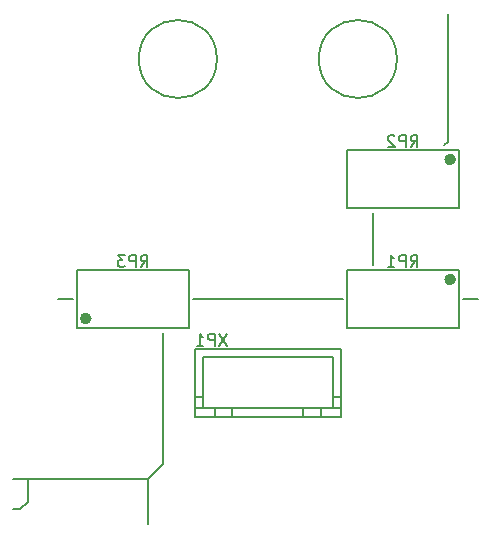
<source format=gbr>
G04 #@! TF.GenerationSoftware,KiCad,Pcbnew,5.1.6-c6e7f7d~87~ubuntu19.10.1*
G04 #@! TF.CreationDate,2022-01-09T06:01:27+06:00*
G04 #@! TF.ProjectId,edamamer_r1a,6564616d-616d-4657-925f-7231612e6b69,1A*
G04 #@! TF.SameCoordinates,Original*
G04 #@! TF.FileFunction,Legend,Bot*
G04 #@! TF.FilePolarity,Positive*
%FSLAX46Y46*%
G04 Gerber Fmt 4.6, Leading zero omitted, Abs format (unit mm)*
G04 Created by KiCad (PCBNEW 5.1.6-c6e7f7d~87~ubuntu19.10.1) date 2022-01-09 06:01:27*
%MOMM*%
%LPD*%
G01*
G04 APERTURE LIST*
%ADD10C,0.200000*%
%ADD11C,0.500000*%
%ADD12R,2.900000X2.900000*%
%ADD13C,6.400000*%
%ADD14R,2.300000X2.300000*%
%ADD15C,2.300000*%
%ADD16C,2.400000*%
%ADD17R,2.400000X2.400000*%
%ADD18R,3.400000X3.400000*%
G04 APERTURE END LIST*
D10*
X85090000Y-184785000D02*
X84455000Y-185420000D01*
X120650000Y-154305000D02*
X120332500Y-154622500D01*
X120650000Y-143510000D02*
X120650000Y-154305000D01*
X88900000Y-167640000D02*
X87630000Y-167640000D01*
X123190000Y-167640000D02*
X121920000Y-167640000D01*
X84455000Y-185420000D02*
X83820000Y-185420000D01*
X85090000Y-182880000D02*
X85090000Y-184785000D01*
X96520000Y-181610000D02*
X95250000Y-182880000D01*
X95250000Y-182880000D02*
X95250000Y-186690000D01*
X96520000Y-170497500D02*
X96520000Y-181610000D01*
X114300000Y-160337500D02*
X114300000Y-164782500D01*
X95250000Y-182880000D02*
X83820000Y-182880000D01*
X111760000Y-167640000D02*
X99060000Y-167640000D01*
X101092000Y-147320000D02*
G75*
G03*
X101092000Y-147320000I-3302000J0D01*
G01*
X116332000Y-147320000D02*
G75*
G03*
X116332000Y-147320000I-3302000J0D01*
G01*
D11*
X90235000Y-169290000D02*
G75*
G03*
X90235000Y-169290000I-250000J0D01*
G01*
D10*
X98745000Y-170060000D02*
X98745000Y-165220000D01*
X89215000Y-170060000D02*
X89215000Y-165220000D01*
X89215000Y-165220000D02*
X98745000Y-165220000D01*
X89215000Y-170060000D02*
X98745000Y-170060000D01*
D11*
X121085000Y-155830000D02*
G75*
G03*
X121085000Y-155830000I-250000J0D01*
G01*
D10*
X112075000Y-155060000D02*
X112075000Y-159900000D01*
X121605000Y-155060000D02*
X121605000Y-159900000D01*
X121605000Y-159900000D02*
X112075000Y-159900000D01*
X121605000Y-155060000D02*
X112075000Y-155060000D01*
D11*
X121085000Y-165990000D02*
G75*
G03*
X121085000Y-165990000I-250000J0D01*
G01*
D10*
X112075000Y-165220000D02*
X112075000Y-170060000D01*
X121605000Y-165220000D02*
X121605000Y-170060000D01*
X121605000Y-170060000D02*
X112075000Y-170060000D01*
X121605000Y-165220000D02*
X112075000Y-165220000D01*
X100910000Y-177610000D02*
X100910000Y-176910000D01*
X109910000Y-177610000D02*
X109910000Y-176910000D01*
X99210000Y-176910000D02*
X111610000Y-176910000D01*
X111610000Y-177610000D02*
X111610000Y-171860000D01*
X99910000Y-176910000D02*
X99910000Y-172560000D01*
X99210000Y-177610000D02*
X99210000Y-171860000D01*
X110910000Y-175910000D02*
X111610000Y-175910000D01*
X110910000Y-176910000D02*
X110910000Y-172560000D01*
X99910000Y-172560000D02*
X110910000Y-172560000D01*
X102410000Y-177610000D02*
X102410000Y-176910000D01*
X99210000Y-175910000D02*
X99910000Y-175910000D01*
X108410000Y-177610000D02*
X108410000Y-176910000D01*
X99210000Y-171860000D02*
X111610000Y-171860000D01*
X99210000Y-177610000D02*
X111610000Y-177610000D01*
X94646666Y-164917380D02*
X94980000Y-164441190D01*
X95218095Y-164917380D02*
X95218095Y-163917380D01*
X94837142Y-163917380D01*
X94741904Y-163965000D01*
X94694285Y-164012619D01*
X94646666Y-164107857D01*
X94646666Y-164250714D01*
X94694285Y-164345952D01*
X94741904Y-164393571D01*
X94837142Y-164441190D01*
X95218095Y-164441190D01*
X94218095Y-164917380D02*
X94218095Y-163917380D01*
X93837142Y-163917380D01*
X93741904Y-163965000D01*
X93694285Y-164012619D01*
X93646666Y-164107857D01*
X93646666Y-164250714D01*
X93694285Y-164345952D01*
X93741904Y-164393571D01*
X93837142Y-164441190D01*
X94218095Y-164441190D01*
X93313333Y-163917380D02*
X92694285Y-163917380D01*
X93027619Y-164298333D01*
X92884761Y-164298333D01*
X92789523Y-164345952D01*
X92741904Y-164393571D01*
X92694285Y-164488809D01*
X92694285Y-164726904D01*
X92741904Y-164822142D01*
X92789523Y-164869761D01*
X92884761Y-164917380D01*
X93170476Y-164917380D01*
X93265714Y-164869761D01*
X93313333Y-164822142D01*
X117506666Y-154757380D02*
X117840000Y-154281190D01*
X118078095Y-154757380D02*
X118078095Y-153757380D01*
X117697142Y-153757380D01*
X117601904Y-153805000D01*
X117554285Y-153852619D01*
X117506666Y-153947857D01*
X117506666Y-154090714D01*
X117554285Y-154185952D01*
X117601904Y-154233571D01*
X117697142Y-154281190D01*
X118078095Y-154281190D01*
X117078095Y-154757380D02*
X117078095Y-153757380D01*
X116697142Y-153757380D01*
X116601904Y-153805000D01*
X116554285Y-153852619D01*
X116506666Y-153947857D01*
X116506666Y-154090714D01*
X116554285Y-154185952D01*
X116601904Y-154233571D01*
X116697142Y-154281190D01*
X117078095Y-154281190D01*
X116125714Y-153852619D02*
X116078095Y-153805000D01*
X115982857Y-153757380D01*
X115744761Y-153757380D01*
X115649523Y-153805000D01*
X115601904Y-153852619D01*
X115554285Y-153947857D01*
X115554285Y-154043095D01*
X115601904Y-154185952D01*
X116173333Y-154757380D01*
X115554285Y-154757380D01*
X117506666Y-164917380D02*
X117840000Y-164441190D01*
X118078095Y-164917380D02*
X118078095Y-163917380D01*
X117697142Y-163917380D01*
X117601904Y-163965000D01*
X117554285Y-164012619D01*
X117506666Y-164107857D01*
X117506666Y-164250714D01*
X117554285Y-164345952D01*
X117601904Y-164393571D01*
X117697142Y-164441190D01*
X118078095Y-164441190D01*
X117078095Y-164917380D02*
X117078095Y-163917380D01*
X116697142Y-163917380D01*
X116601904Y-163965000D01*
X116554285Y-164012619D01*
X116506666Y-164107857D01*
X116506666Y-164250714D01*
X116554285Y-164345952D01*
X116601904Y-164393571D01*
X116697142Y-164441190D01*
X117078095Y-164441190D01*
X115554285Y-164917380D02*
X116125714Y-164917380D01*
X115840000Y-164917380D02*
X115840000Y-163917380D01*
X115935238Y-164060238D01*
X116030476Y-164155476D01*
X116125714Y-164203095D01*
X101951904Y-170584880D02*
X101285238Y-171584880D01*
X101285238Y-170584880D02*
X101951904Y-171584880D01*
X100904285Y-171584880D02*
X100904285Y-170584880D01*
X100523333Y-170584880D01*
X100428095Y-170632500D01*
X100380476Y-170680119D01*
X100332857Y-170775357D01*
X100332857Y-170918214D01*
X100380476Y-171013452D01*
X100428095Y-171061071D01*
X100523333Y-171108690D01*
X100904285Y-171108690D01*
X99380476Y-171584880D02*
X99951904Y-171584880D01*
X99666190Y-171584880D02*
X99666190Y-170584880D01*
X99761428Y-170727738D01*
X99856666Y-170822976D01*
X99951904Y-170870595D01*
%LPC*%
D12*
X110410000Y-184150000D03*
X110410000Y-188150000D03*
X110410000Y-180150000D03*
X105410000Y-184150000D03*
X105410000Y-188150000D03*
X105410000Y-180150000D03*
X100410000Y-180150000D03*
X100410000Y-184150000D03*
X100410000Y-188150000D03*
D13*
X97790000Y-147320000D03*
X113030000Y-147320000D03*
D14*
X86360000Y-167640000D03*
X83820000Y-167640000D03*
X81280000Y-167640000D03*
X125730000Y-142240000D03*
X123190000Y-142240000D03*
X120650000Y-142240000D03*
X129540000Y-167640000D03*
X127000000Y-167640000D03*
X124460000Y-167640000D03*
X87630000Y-128270000D03*
X85090000Y-128270000D03*
X82550000Y-128270000D03*
X102870000Y-128270000D03*
X105410000Y-128270000D03*
X107950000Y-128270000D03*
X128270000Y-128270000D03*
X125730000Y-128270000D03*
X123190000Y-128270000D03*
D15*
X91440000Y-167640000D03*
D14*
X93980000Y-167640000D03*
X96520000Y-167640000D03*
D15*
X119380000Y-157480000D03*
D14*
X116840000Y-157480000D03*
X114300000Y-157480000D03*
D15*
X119380000Y-167640000D03*
D14*
X116840000Y-167640000D03*
X114300000Y-167640000D03*
X95250000Y-187960000D03*
D15*
X87630000Y-187960000D03*
D14*
X87630000Y-190500000D03*
D15*
X95250000Y-190500000D03*
D16*
X95250000Y-193040000D03*
D17*
X92710000Y-193040000D03*
X90170000Y-193040000D03*
X87630000Y-193040000D03*
X87630000Y-200660000D03*
X90170000Y-200660000D03*
X92710000Y-200660000D03*
X95250000Y-200660000D03*
D14*
X82550000Y-182880000D03*
D15*
X82550000Y-185420000D03*
D14*
X82550000Y-187960000D03*
X82550000Y-190500000D03*
D15*
X82550000Y-193040000D03*
D14*
X82550000Y-195580000D03*
X87630000Y-133350000D03*
X82550000Y-133350000D03*
X90170000Y-137160000D03*
X95250000Y-137160000D03*
X123190000Y-133350000D03*
X128270000Y-133350000D03*
X129540000Y-160020000D03*
X129540000Y-154940000D03*
X119380000Y-172720000D03*
X114300000Y-172720000D03*
G36*
G01*
X125610000Y-172260000D02*
X125610000Y-173180000D01*
G75*
G02*
X124920000Y-173870000I-690000J0D01*
G01*
X124000000Y-173870000D01*
G75*
G02*
X123310000Y-173180000I0J690000D01*
G01*
X123310000Y-172260000D01*
G75*
G02*
X124000000Y-171570000I690000J0D01*
G01*
X124920000Y-171570000D01*
G75*
G02*
X125610000Y-172260000I0J-690000D01*
G01*
G37*
D15*
X127000000Y-172720000D03*
D14*
X116840000Y-187960000D03*
X127000000Y-187960000D03*
X109160000Y-175260000D03*
X106660000Y-175260000D03*
X104160000Y-175260000D03*
D15*
X101660000Y-175260000D03*
D14*
X105410000Y-138430000D03*
D18*
X105410000Y-142620000D03*
X105410000Y-147320000D03*
X105410000Y-152020000D03*
D14*
X81280000Y-175260000D03*
X91440000Y-175260000D03*
X123190000Y-149860000D03*
X123190000Y-160020000D03*
X125730000Y-149860000D03*
X125730000Y-160020000D03*
X90170000Y-152400000D03*
X90170000Y-142240000D03*
X81280000Y-177800000D03*
X91440000Y-177800000D03*
D15*
X104140000Y-200660000D03*
G36*
G01*
X105530000Y-201120000D02*
X105530000Y-200200000D01*
G75*
G02*
X106220000Y-199510000I690000J0D01*
G01*
X107140000Y-199510000D01*
G75*
G02*
X107830000Y-200200000I0J-690000D01*
G01*
X107830000Y-201120000D01*
G75*
G02*
X107140000Y-201810000I-690000J0D01*
G01*
X106220000Y-201810000D01*
G75*
G02*
X105530000Y-201120000I0J690000D01*
G01*
G37*
D14*
X110490000Y-133350000D03*
X100330000Y-133350000D03*
X87630000Y-152400000D03*
X87630000Y-142240000D03*
X127000000Y-180340000D03*
X116840000Y-180340000D03*
X127000000Y-177800000D03*
X116840000Y-177800000D03*
X124460000Y-184150000D03*
X119380000Y-184150000D03*
X95250000Y-133350000D03*
X90170000Y-133350000D03*
X88900000Y-157480000D03*
X88900000Y-162560000D03*
X129540000Y-147320000D03*
X129540000Y-152400000D03*
X120650000Y-133350000D03*
X115570000Y-133350000D03*
X110490000Y-195580000D03*
X100330000Y-195580000D03*
X100330000Y-193040000D03*
X110490000Y-193040000D03*
X105410000Y-170180000D03*
M02*

</source>
